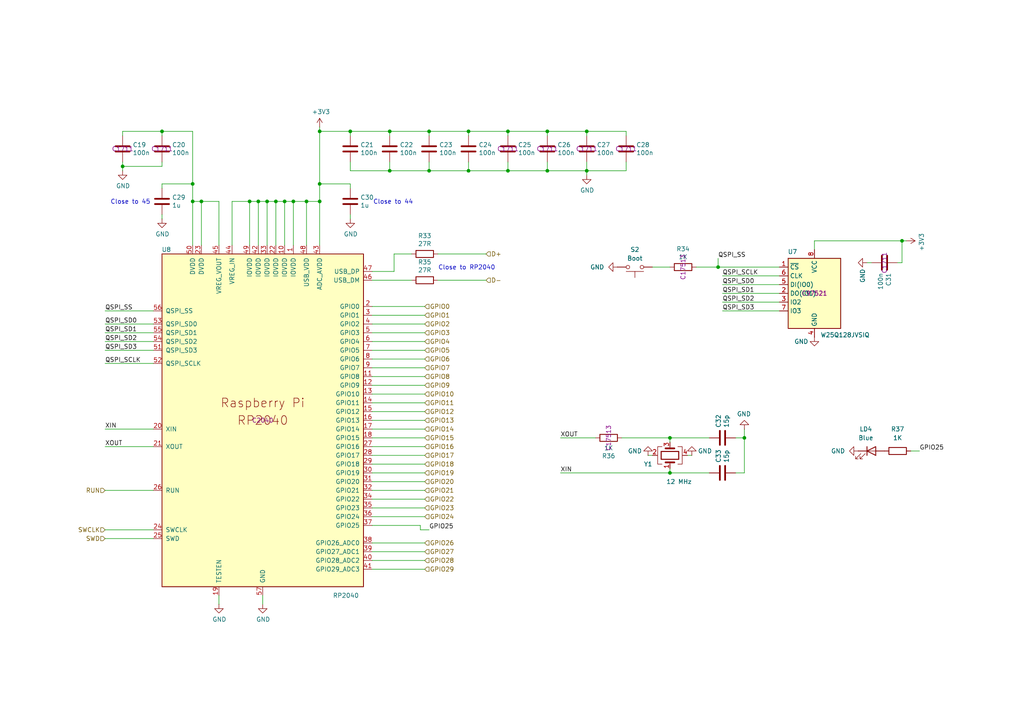
<source format=kicad_sch>
(kicad_sch (version 20250114) (generator "eeschema") (generator_version "9.0")
  (paper "A4")
  (title_block (title "${NAME}") (date "2025-04-24") (rev "${VERSION}") (company "Mikhail Matveev") (comment 1 "https://github.com/xtremespb/frank"))
  (lib_symbols
    (symbol "+3V3_1" (power) (pin_numbers (hide yes)) (pin_names (offset 0) (hide yes))
      (property "Value" "+3V3" (at 0 3.556 0))
      (symbol "+3V3_1_0_1"
        (polyline (pts (xy -0.762 1.27) (xy 0 2.54)))
        (polyline (pts (xy 0 2.54) (xy 0.762 1.27)))
        (polyline (pts (xy 0 0) (xy 0 2.54)))
      )
      (symbol "+3V3_1_1_1"
        (pin power_in line (at 0 0 90) (length 0) (name "~") (number "1"))
      )
    )
    (symbol "Device:C" (pin_numbers (hide yes)) (pin_names (offset 0.254))
      (property "Reference" "C" (at 0.635 2.54 0))
      (property "Value" "C" (at 0.635 -2.54 0))
      (symbol "C_0_1"
        (polyline (pts (xy -2.032 0.762) (xy 2.032 0.762)) (stroke (width 0.508)))
        (polyline (pts (xy -2.032 -0.762) (xy 2.032 -0.762)) (stroke (width 0.508)))
      )
      (symbol "C_1_1"
        (pin passive line (at 0 3.81 270) (length 2.794) (name "~") (number "1"))
        (pin passive line (at 0 -3.81 90) (length 2.794) (name "~") (number "2"))
      )
    )
    (symbol "Device:Crystal_GND24" (pin_names (offset 1.016) (hide yes))
      (property "Reference" "Y" (at 3.175 5.08 0))
      (property "Value" "Crystal_GND24" (at 3.175 3.175 0))
      (symbol "Crystal_GND24_0_1"
        (polyline (pts (xy -2.54 2.286) (xy -2.54 3.556) (xy 2.54 3.556) (xy 2.54 2.286)))
        (polyline (pts (xy -2.54 0) (xy -2.032 0)))
        (polyline (pts (xy -2.54 -2.286) (xy -2.54 -3.556) (xy 2.54 -3.556) (xy 2.54 -2.286)))
        (polyline (pts (xy -2.032 -1.27) (xy -2.032 1.27)) (stroke (width 0.508)))
        (rectangle (start -1.143 2.54) (end 1.143 -2.54) (stroke (width 0.3048)))
        (polyline (pts (xy 0 3.556) (xy 0 3.81)))
        (polyline (pts (xy 0 -3.81) (xy 0 -3.556)))
        (polyline (pts (xy 2.032 0) (xy 2.54 0)))
        (polyline (pts (xy 2.032 -1.27) (xy 2.032 1.27)) (stroke (width 0.508)))
      )
      (symbol "Crystal_GND24_1_1"
        (pin passive line (at -3.81 0 0) (length 1.27) (name "1") (number "1"))
        (pin passive line (at 0 5.08 270) (length 1.27) (name "2") (number "2"))
        (pin passive line (at 0 -5.08 90) (length 1.27) (name "4") (number "4"))
        (pin passive line (at 3.81 0 180) (length 1.27) (name "3") (number "3"))
      )
    )
    (symbol "Device:LED" (pin_numbers (hide yes)) (pin_names (offset 1.016) (hide yes))
      (property "Reference" "D" (at 0 2.54 0))
      (property "Value" "LED" (at 0 -2.54 0))
      (symbol "LED_0_1"
        (polyline (pts (xy -3.048 -0.762) (xy -4.572 -2.286) (xy -3.81 -2.286) (xy -4.572 -2.286) (xy -4.572 -1.524)))
        (polyline (pts (xy -1.778 -0.762) (xy -3.302 -2.286) (xy -2.54 -2.286) (xy -3.302 -2.286) (xy -3.302 -1.524)))
        (polyline (pts (xy -1.27 0) (xy 1.27 0)))
        (polyline (pts (xy -1.27 -1.27) (xy -1.27 1.27)) (stroke (width 0.254)))
        (polyline (pts (xy 1.27 -1.27) (xy 1.27 1.27) (xy -1.27 0) (xy 1.27 -1.27)) (stroke (width 0.254)))
      )
      (symbol "LED_1_1"
        (pin passive line (at -3.81 0 0) (length 2.54) (name "K") (number "1"))
        (pin passive line (at 3.81 0 180) (length 2.54) (name "A") (number "2"))
      )
    )
    (symbol "Device:R" (pin_numbers (hide yes)) (pin_names (offset 0))
      (property "Reference" "R" (at 2.032 0 90))
      (property "Value" "R" (at 0 0 90))
      (symbol "R_0_1"
        (rectangle (start -1.016 -2.54) (end 1.016 2.54) (stroke (width 0.254)))
      )
      (symbol "R_1_1"
        (pin passive line (at 0 3.81 270) (length 1.27) (name "~") (number "1"))
        (pin passive line (at 0 -3.81 90) (length 1.27) (name "~") (number "2"))
      )
    )
    (symbol "FRANK:Flash_W25Q128JVS"
      (property "Reference" "FL1" (at -6.35 12.065 0))
      (property "Value" "W25Q128JVSIQ" (at 8.89 -12.065 0))
      (symbol "Flash_W25Q128JVS_0_1"
        (rectangle (start -7.62 10.16) (end 7.62 -10.16) (stroke (width 0.254)) (fill (type background)))
      )
      (symbol "Flash_W25Q128JVS_1_1"
        (pin input line (at -10.16 7.62 0) (length 2.54) (name "~{CS}") (number "1"))
        (pin input line (at -10.16 5.08 0) (length 2.54) (name "CLK") (number "6"))
        (pin bidirectional line (at -10.16 2.54 0) (length 2.54) (name "DI(IO0)") (number "5"))
        (pin bidirectional line (at -10.16 0 0) (length 2.54) (name "DO(IO1)") (number "2"))
        (pin bidirectional line (at -10.16 -2.54 0) (length 2.54) (name "IO2") (number "3"))
        (pin bidirectional line (at -10.16 -5.08 0) (length 2.54) (name "IO3") (number "7"))
        (pin power_in line (at 0 12.7 270) (length 2.54) (name "VCC") (number "8"))
        (pin power_in line (at 0 -12.7 90) (length 2.54) (name "GND") (number "4"))
      )
    )
    (symbol "FRANK:RP2040" (pin_names (offset 1.016))
      (property "Reference" "RP1" (at -27.94 49.53 0))
      (property "Value" "RP2040" (at 24.13 -50.8 0))
      (symbol "RP2040_0_0"
        (text "Raspberry Pi" (at 0 5.08 0) (effects (font (size 2.54 2.54))))
        (text "RP2040" (at 0 0 0) (effects (font (size 2.54 2.54))))
      )
      (symbol "RP2040_0_1"
        (rectangle (start 29.21 48.26) (end -29.21 -48.26) (stroke (width 0.254)) (fill (type background)))
      )
      (symbol "RP2040_1_1"
        (pin bidirectional line (at -31.75 31.75 0) (length 2.54) (name "QSPI_SS") (number "56"))
        (pin bidirectional line (at -31.75 27.94 0) (length 2.54) (name "QSPI_SD0") (number "53"))
        (pin bidirectional line (at -31.75 25.4 0) (length 2.54) (name "QSPI_SD1") (number "55"))
        (pin bidirectional line (at -31.75 22.86 0) (length 2.54) (name "QSPI_SD2") (number "54"))
        (pin bidirectional line (at -31.75 20.32 0) (length 2.54) (name "QSPI_SD3") (number "51"))
        (pin output line (at -31.75 16.51 0) (length 2.54) (name "QSPI_SCLK") (number "52"))
        (pin input line (at -31.75 -2.54 0) (length 2.54) (name "XIN") (number "20"))
        (pin passive line (at -31.75 -7.62 0) (length 2.54) (name "XOUT") (number "21"))
        (pin input line (at -31.75 -20.32 0) (length 2.54) (name "RUN") (number "26"))
        (pin output line (at -31.75 -31.75 0) (length 2.54) (name "SWCLK") (number "24"))
        (pin bidirectional line (at -31.75 -34.29 0) (length 2.54) (name "SWD") (number "25"))
        (pin power_in line (at -20.32 50.8 270) (length 2.54) (name "DVDD") (number "50"))
        (pin power_in line (at -17.78 50.8 270) (length 2.54) (name "DVDD") (number "23"))
        (pin power_out line (at -12.7 50.8 270) (length 2.54) (name "VREG_VOUT") (number "45"))
        (pin passive line (at -12.7 -50.8 90) (length 2.54) (name "TESTEN") (number "19"))
        (pin power_in line (at -8.89 50.8 270) (length 2.54) (name "VREG_IN") (number "44"))
        (pin power_in line (at -3.81 50.8 270) (length 2.54) (name "IOVDD") (number "49"))
        (pin power_in line (at -1.27 50.8 270) (length 2.54) (name "IOVDD") (number "42"))
        (pin power_in line (at 0 -50.8 90) (length 2.54) (name "GND") (number "57"))
        (pin power_in line (at 1.27 50.8 270) (length 2.54) (name "IOVDD") (number "33"))
        (pin power_in line (at 3.81 50.8 270) (length 2.54) (name "IOVDD") (number "22"))
        (pin power_in line (at 6.35 50.8 270) (length 2.54) (name "IOVDD") (number "10"))
        (pin power_in line (at 8.89 50.8 270) (length 2.54) (name "IOVDD") (number "1"))
        (pin power_in line (at 12.7 50.8 270) (length 2.54) (name "USB_VDD") (number "48"))
        (pin power_in line (at 16.51 50.8 270) (length 2.54) (name "ADC_AVDD") (number "43"))
        (pin bidirectional line (at 31.75 43.18 180) (length 2.54) (name "USB_DP") (number "47"))
        (pin bidirectional line (at 31.75 40.64 180) (length 2.54) (name "USB_DM") (number "46"))
        (pin bidirectional line (at 31.75 33.02 180) (length 2.54) (name "GPIO0") (number "2"))
        (pin bidirectional line (at 31.75 30.48 180) (length 2.54) (name "GPIO1") (number "3"))
        (pin bidirectional line (at 31.75 27.94 180) (length 2.54) (name "GPIO2") (number "4"))
        (pin bidirectional line (at 31.75 25.4 180) (length 2.54) (name "GPIO3") (number "5"))
        (pin bidirectional line (at 31.75 22.86 180) (length 2.54) (name "GPIO4") (number "6"))
        (pin bidirectional line (at 31.75 20.32 180) (length 2.54) (name "GPIO5") (number "7"))
        (pin bidirectional line (at 31.75 17.78 180) (length 2.54) (name "GPIO6") (number "8"))
        (pin bidirectional line (at 31.75 15.24 180) (length 2.54) (name "GPIO7") (number "9"))
        (pin bidirectional line (at 31.75 12.7 180) (length 2.54) (name "GPIO8") (number "11"))
        (pin bidirectional line (at 31.75 10.16 180) (length 2.54) (name "GPIO9") (number "12"))
        (pin bidirectional line (at 31.75 7.62 180) (length 2.54) (name "GPIO10") (number "13"))
        (pin bidirectional line (at 31.75 5.08 180) (length 2.54) (name "GPIO11") (number "14"))
        (pin bidirectional line (at 31.75 2.54 180) (length 2.54) (name "GPIO12") (number "15"))
        (pin bidirectional line (at 31.75 0 180) (length 2.54) (name "GPIO13") (number "16"))
        (pin bidirectional line (at 31.75 -2.54 180) (length 2.54) (name "GPIO14") (number "17"))
        (pin bidirectional line (at 31.75 -5.08 180) (length 2.54) (name "GPIO15") (number "18"))
        (pin bidirectional line (at 31.75 -7.62 180) (length 2.54) (name "GPIO16") (number "27"))
        (pin bidirectional line (at 31.75 -10.16 180) (length 2.54) (name "GPIO17") (number "28"))
        (pin bidirectional line (at 31.75 -12.7 180) (length 2.54) (name "GPIO18") (number "29"))
        (pin bidirectional line (at 31.75 -15.24 180) (length 2.54) (name "GPIO19") (number "30"))
        (pin bidirectional line (at 31.75 -17.78 180) (length 2.54) (name "GPIO20") (number "31"))
        (pin bidirectional line (at 31.75 -20.32 180) (length 2.54) (name "GPIO21") (number "32"))
        (pin bidirectional line (at 31.75 -22.86 180) (length 2.54) (name "GPIO22") (number "34"))
        (pin bidirectional line (at 31.75 -25.4 180) (length 2.54) (name "GPIO23") (number "35"))
        (pin bidirectional line (at 31.75 -27.94 180) (length 2.54) (name "GPIO24") (number "36"))
        (pin bidirectional line (at 31.75 -30.48 180) (length 2.54) (name "GPIO25") (number "37"))
        (pin bidirectional line (at 31.75 -35.56 180) (length 2.54) (name "GPIO26_ADC0") (number "38"))
        (pin bidirectional line (at 31.75 -38.1 180) (length 2.54) (name "GPIO27_ADC1") (number "39"))
        (pin bidirectional line (at 31.75 -40.64 180) (length 2.54) (name "GPIO28_ADC2") (number "40"))
        (pin bidirectional line (at 31.75 -43.18 180) (length 2.54) (name "GPIO29_ADC3") (number "41"))
      )
    )
    (symbol "GND_10" (power) (pin_numbers (hide yes)) (pin_names (offset 0) (hide yes))
      (property "Value" "GND" (at 0 -3.81 0))
      (symbol "GND_10_0_1"
        (polyline (pts (xy 0 0) (xy 0 -1.27) (xy 1.27 -1.27) (xy 0 -2.54) (xy -1.27 -1.27) (xy 0 -1.27)))
      )
      (symbol "GND_10_1_1"
        (pin power_in line (at 0 0 270) (length 0) (name "~") (number "1"))
      )
    )
    (symbol "GND_11" (power) (pin_numbers (hide yes)) (pin_names (offset 0) (hide yes))
      (property "Value" "GND" (at 0 -3.81 0))
      (symbol "GND_11_0_1"
        (polyline (pts (xy 0 0) (xy 0 -1.27) (xy 1.27 -1.27) (xy 0 -2.54) (xy -1.27 -1.27) (xy 0 -1.27)))
      )
      (symbol "GND_11_1_1"
        (pin power_in line (at 0 0 270) (length 0) (name "~") (number "1"))
      )
    )
    (symbol "GND_12" (power) (pin_numbers (hide yes)) (pin_names (offset 0) (hide yes))
      (property "Value" "GND" (at 0 -3.81 0))
      (symbol "GND_12_0_1"
        (polyline (pts (xy 0 0) (xy 0 -1.27) (xy 1.27 -1.27) (xy 0 -2.54) (xy -1.27 -1.27) (xy 0 -1.27)))
      )
      (symbol "GND_12_1_1"
        (pin power_in line (at 0 0 270) (length 0) (name "~") (number "1"))
      )
    )
    (symbol "GND_2" (power) (pin_numbers (hide yes)) (pin_names (offset 0) (hide yes))
      (property "Value" "GND" (at 0 -3.81 0))
      (symbol "GND_2_0_1"
        (polyline (pts (xy 0 0) (xy 0 -1.27) (xy 1.27 -1.27) (xy 0 -2.54) (xy -1.27 -1.27) (xy 0 -1.27)))
      )
      (symbol "GND_2_1_1"
        (pin power_in line (at 0 0 270) (length 0) (name "~") (number "1"))
      )
    )
    (symbol "GND_3" (power) (pin_numbers (hide yes)) (pin_names (offset 0) (hide yes))
      (property "Value" "GND" (at 0 -3.81 0))
      (symbol "GND_3_0_1"
        (polyline (pts (xy 0 0) (xy 0 -1.27) (xy 1.27 -1.27) (xy 0 -2.54) (xy -1.27 -1.27) (xy 0 -1.27)))
      )
      (symbol "GND_3_1_1"
        (pin power_in line (at 0 0 270) (length 0) (name "~") (number "1"))
      )
    )
    (symbol "GND_4" (power) (pin_numbers (hide yes)) (pin_names (offset 0) (hide yes))
      (property "Value" "GND" (at 0 -3.81 0))
      (symbol "GND_4_0_1"
        (polyline (pts (xy 0 0) (xy 0 -1.27) (xy 1.27 -1.27) (xy 0 -2.54) (xy -1.27 -1.27) (xy 0 -1.27)))
      )
      (symbol "GND_4_1_1"
        (pin power_in line (at 0 0 270) (length 0) (name "~") (number "1"))
      )
    )
    (symbol "GND_5" (power) (pin_numbers (hide yes)) (pin_names (offset 0) (hide yes))
      (property "Value" "GND" (at 0 -3.81 0))
      (symbol "GND_5_0_1"
        (polyline (pts (xy 0 0) (xy 0 -1.27) (xy 1.27 -1.27) (xy 0 -2.54) (xy -1.27 -1.27) (xy 0 -1.27)))
      )
      (symbol "GND_5_1_1"
        (pin power_in line (at 0 0 270) (length 0) (name "~") (number "1"))
      )
    )
    (symbol "GND_6" (power) (pin_numbers (hide yes)) (pin_names (offset 0) (hide yes))
      (property "Value" "GND" (at 0 -3.81 0))
      (symbol "GND_6_0_1"
        (polyline (pts (xy 0 0) (xy 0 -1.27) (xy 1.27 -1.27) (xy 0 -2.54) (xy -1.27 -1.27) (xy 0 -1.27)))
      )
      (symbol "GND_6_1_1"
        (pin power_in line (at 0 0 270) (length 0) (name "~") (number "1"))
      )
    )
    (symbol "GND_7" (power) (pin_numbers (hide yes)) (pin_names (offset 0) (hide yes))
      (property "Value" "GND" (at 0 -3.81 0))
      (symbol "GND_7_0_1"
        (polyline (pts (xy 0 0) (xy 0 -1.27) (xy 1.27 -1.27) (xy 0 -2.54) (xy -1.27 -1.27) (xy 0 -1.27)))
      )
      (symbol "GND_7_1_1"
        (pin power_in line (at 0 0 270) (length 0) (name "~") (number "1"))
      )
    )
    (symbol "GND_8" (power) (pin_numbers (hide yes)) (pin_names (offset 0) (hide yes))
      (property "Value" "GND" (at 0 -3.81 0))
      (symbol "GND_8_0_1"
        (polyline (pts (xy 0 0) (xy 0 -1.27) (xy 1.27 -1.27) (xy 0 -2.54) (xy -1.27 -1.27) (xy 0 -1.27)))
      )
      (symbol "GND_8_1_1"
        (pin power_in line (at 0 0 270) (length 0) (name "~") (number "1"))
      )
    )
    (symbol "GND_9" (power) (pin_numbers (hide yes)) (pin_names (offset 0) (hide yes))
      (property "Value" "GND" (at 0 -3.81 0))
      (symbol "GND_9_0_1"
        (polyline (pts (xy 0 0) (xy 0 -1.27) (xy 1.27 -1.27) (xy 0 -2.54) (xy -1.27 -1.27) (xy 0 -1.27)))
      )
      (symbol "GND_9_1_1"
        (pin power_in line (at 0 0 270) (length 0) (name "~") (number "1"))
      )
    )
    (symbol "Switch:SW_Push" (pin_numbers (hide yes)) (pin_names (offset 1.016) (hide yes))
      (property "Reference" "SW" (at 1.27 2.54 0))
      (property "Value" "SW_Push" (at 0 -1.524 0))
      (symbol "SW_Push_0_1"
        (circle (center -2.032 0) (radius 0.508))
        (polyline (pts (xy 0 1.27) (xy 0 3.048)))
        (circle (center 2.032 0) (radius 0.508))
        (polyline (pts (xy 2.54 1.27) (xy -2.54 1.27)))
        (pin passive line (at -5.08 0 0) (length 2.54) (name "1") (number "1"))
        (pin passive line (at 5.08 0 180) (length 2.54) (name "2") (number "2"))
      )
    )
    (symbol "power:+3V3" (power) (pin_numbers (hide yes)) (pin_names (offset 0) (hide yes))
      (property "Value" "+3V3" (at 0 3.556 0))
      (symbol "+3V3_0_1"
        (polyline (pts (xy -0.762 1.27) (xy 0 2.54)))
        (polyline (pts (xy 0 2.54) (xy 0.762 1.27)))
        (polyline (pts (xy 0 0) (xy 0 2.54)))
      )
      (symbol "+3V3_1_1"
        (pin power_in line (at 0 0 90) (length 0) (name "~") (number "1"))
      )
    )
    (symbol "power:GND" (power) (pin_numbers (hide yes)) (pin_names (offset 0) (hide yes))
      (property "Value" "GND" (at 0 -3.81 0))
      (symbol "GND_0_1"
        (polyline (pts (xy 0 0) (xy 0 -1.27) (xy 1.27 -1.27) (xy 0 -2.54) (xy -1.27 -1.27) (xy 0 -1.27)))
      )
      (symbol "GND_1_1"
        (pin power_in line (at 0 0 270) (length 0) (name "~") (number "1"))
      )
    )
  )
  (text "Close to 44" (at 114.046 58.674 0) (effects (font (size 1.27 1.27))))
  (text "Close to RP2040" (at 135.382 77.724 0) (effects (font (size 1.27 1.27))))
  (text "Close to 45" (at 37.846 58.674 0) (effects (font (size 1.27 1.27))))
  (junction (at 58.42 58.42))
  (junction (at 215.9 127))
  (junction (at 113.03 49.53))
  (junction (at 88.9 58.42))
  (junction (at 101.6 38.1))
  (junction (at 158.75 49.53))
  (junction (at 72.39 58.42))
  (junction (at 170.18 38.1))
  (junction (at 82.55 58.42))
  (junction (at 92.71 53.34))
  (junction (at 170.18 49.53))
  (junction (at 35.56 48.26))
  (junction (at 147.32 49.53))
  (junction (at 80.01 58.42))
  (junction (at 135.89 38.1))
  (junction (at 55.88 53.34))
  (junction (at 113.03 38.1))
  (junction (at 46.99 38.1))
  (junction (at 208.28 77.47))
  (junction (at 135.89 49.53))
  (junction (at 92.71 38.1))
  (junction (at 85.09 58.42))
  (junction (at 74.93 58.42))
  (junction (at 194.31 127))
  (junction (at 158.75 38.1))
  (junction (at 124.46 38.1))
  (junction (at 92.71 58.42))
  (junction (at 55.88 58.42))
  (junction (at 77.47 58.42))
  (junction (at 261.62 69.85))
  (junction (at 194.31 137.16))
  (junction (at 124.46 49.53))
  (junction (at 147.32 38.1))
  (wire (pts (xy 58.42 58.42) (xy 55.88 58.42)))
  (wire (pts (xy 226.06 82.55) (xy 209.55 82.55)))
  (wire (pts (xy 127 73.66) (xy 140.97 73.66)))
  (wire (pts (xy 107.95 104.14) (xy 123.19 104.14)))
  (wire (pts (xy 121.92 152.4) (xy 107.95 152.4)))
  (wire (pts (xy 46.99 48.26) (xy 46.99 46.99)))
  (wire (pts (xy 170.18 46.99) (xy 170.18 49.53)))
  (wire (pts (xy 114.3 73.66) (xy 114.3 78.74)))
  (wire (pts (xy 82.55 58.42) (xy 85.09 58.42)))
  (wire (pts (xy 158.75 39.37) (xy 158.75 38.1)))
  (wire (pts (xy 92.71 38.1) (xy 101.6 38.1)))
  (wire (pts (xy 101.6 46.99) (xy 101.6 49.53)))
  (wire (pts (xy 101.6 39.37) (xy 101.6 38.1)))
  (wire (pts (xy 67.31 58.42) (xy 72.39 58.42)))
  (wire (pts (xy 215.9 137.16) (xy 215.9 127)))
  (wire (pts (xy 252.73 76.2) (xy 251.46 76.2)))
  (wire (pts (xy 181.61 39.37) (xy 181.61 38.1)))
  (wire (pts (xy 107.95 142.24) (xy 123.19 142.24)))
  (wire (pts (xy 107.95 160.02) (xy 123.19 160.02)))
  (wire (pts (xy 113.03 39.37) (xy 113.03 38.1)))
  (wire (pts (xy 260.35 76.2) (xy 261.62 76.2)))
  (wire (pts (xy 101.6 62.23) (xy 101.6 63.5)))
  (wire (pts (xy 80.01 58.42) (xy 82.55 58.42)))
  (wire (pts (xy 205.74 137.16) (xy 194.31 137.16)))
  (wire (pts (xy 92.71 58.42) (xy 92.71 71.12)))
  (wire (pts (xy 63.5 71.12) (xy 63.5 58.42)))
  (wire (pts (xy 30.48 99.06) (xy 44.45 99.06)))
  (wire (pts (xy 107.95 165.1) (xy 123.19 165.1)))
  (wire (pts (xy 113.03 46.99) (xy 113.03 49.53)))
  (wire (pts (xy 236.22 69.85) (xy 261.62 69.85)))
  (wire (pts (xy 46.99 39.37) (xy 46.99 38.1)))
  (wire (pts (xy 208.28 77.47) (xy 226.06 77.47)))
  (wire (pts (xy 107.95 127) (xy 123.19 127)))
  (wire (pts (xy 189.23 77.47) (xy 194.31 77.47)))
  (wire (pts (xy 30.48 124.46) (xy 44.45 124.46)))
  (wire (pts (xy 107.95 96.52) (xy 123.19 96.52)))
  (wire (pts (xy 181.61 46.99) (xy 181.61 49.53)))
  (wire (pts (xy 213.36 137.16) (xy 215.9 137.16)))
  (wire (pts (xy 46.99 62.23) (xy 46.99 63.5)))
  (wire (pts (xy 107.95 101.6) (xy 123.19 101.6)))
  (wire (pts (xy 46.99 54.61) (xy 46.99 53.34)))
  (wire (pts (xy 92.71 53.34) (xy 92.71 58.42)))
  (wire (pts (xy 92.71 38.1) (xy 92.71 53.34)))
  (wire (pts (xy 127 81.28) (xy 140.97 81.28)))
  (wire (pts (xy 101.6 54.61) (xy 101.6 53.34)))
  (wire (pts (xy 88.9 71.12) (xy 88.9 58.42)))
  (wire (pts (xy 158.75 46.99) (xy 158.75 49.53)))
  (wire (pts (xy 55.88 53.34) (xy 55.88 58.42)))
  (wire (pts (xy 44.45 153.67) (xy 30.48 153.67)))
  (wire (pts (xy 107.95 124.46) (xy 123.19 124.46)))
  (wire (pts (xy 205.74 127) (xy 194.31 127)))
  (wire (pts (xy 107.95 139.7) (xy 123.19 139.7)))
  (wire (pts (xy 147.32 49.53) (xy 135.89 49.53)))
  (wire (pts (xy 72.39 58.42) (xy 74.93 58.42)))
  (wire (pts (xy 226.06 90.17) (xy 209.55 90.17)))
  (wire (pts (xy 101.6 38.1) (xy 113.03 38.1)))
  (wire (pts (xy 200.66 132.08) (xy 199.39 132.08)))
  (wire (pts (xy 209.55 80.01) (xy 226.06 80.01)))
  (wire (pts (xy 107.95 162.56) (xy 123.19 162.56)))
  (wire (pts (xy 67.31 71.12) (xy 67.31 58.42)))
  (wire (pts (xy 88.9 58.42) (xy 92.71 58.42)))
  (wire (pts (xy 46.99 53.34) (xy 55.88 53.34)))
  (wire (pts (xy 201.93 77.47) (xy 208.28 77.47)))
  (wire (pts (xy 35.56 46.99) (xy 35.56 48.26)))
  (wire (pts (xy 135.89 38.1) (xy 147.32 38.1)))
  (wire (pts (xy 107.95 99.06) (xy 123.19 99.06)))
  (wire (pts (xy 107.95 114.3) (xy 123.19 114.3)))
  (wire (pts (xy 147.32 38.1) (xy 158.75 38.1)))
  (wire (pts (xy 194.31 128.27) (xy 194.31 127)))
  (wire (pts (xy 55.88 38.1) (xy 55.88 53.34)))
  (wire (pts (xy 226.06 85.09) (xy 209.55 85.09)))
  (wire (pts (xy 236.22 72.39) (xy 236.22 69.85)))
  (wire (pts (xy 170.18 38.1) (xy 181.61 38.1)))
  (wire (pts (xy 213.36 127) (xy 215.9 127)))
  (wire (pts (xy 194.31 135.89) (xy 194.31 137.16)))
  (wire (pts (xy 114.3 73.66) (xy 119.38 73.66)))
  (wire (pts (xy 30.48 101.6) (xy 44.45 101.6)))
  (wire (pts (xy 107.95 147.32) (xy 123.19 147.32)))
  (wire (pts (xy 107.95 129.54) (xy 123.19 129.54)))
  (wire (pts (xy 80.01 71.12) (xy 80.01 58.42)))
  (wire (pts (xy 147.32 46.99) (xy 147.32 49.53)))
  (wire (pts (xy 72.39 71.12) (xy 72.39 58.42)))
  (wire (pts (xy 30.48 93.98) (xy 44.45 93.98)))
  (wire (pts (xy 30.48 90.17) (xy 44.45 90.17)))
  (wire (pts (xy 107.95 106.68) (xy 123.19 106.68)))
  (wire (pts (xy 194.31 137.16) (xy 162.56 137.16)))
  (wire (pts (xy 158.75 38.1) (xy 170.18 38.1)))
  (wire (pts (xy 113.03 38.1) (xy 124.46 38.1)))
  (wire (pts (xy 63.5 172.72) (xy 63.5 175.26)))
  (wire (pts (xy 107.95 132.08) (xy 123.19 132.08)))
  (wire (pts (xy 264.16 130.81) (xy 266.7 130.81)))
  (wire (pts (xy 172.72 127) (xy 162.56 127)))
  (wire (pts (xy 107.95 116.84) (xy 123.19 116.84)))
  (wire (pts (xy 107.95 78.74) (xy 114.3 78.74)))
  (wire (pts (xy 124.46 46.99) (xy 124.46 49.53)))
  (wire (pts (xy 262.89 69.85) (xy 261.62 69.85)))
  (wire (pts (xy 147.32 39.37) (xy 147.32 38.1)))
  (wire (pts (xy 194.31 127) (xy 180.34 127)))
  (wire (pts (xy 107.95 81.28) (xy 119.38 81.28)))
  (wire (pts (xy 35.56 48.26) (xy 46.99 48.26)))
  (wire (pts (xy 124.46 39.37) (xy 124.46 38.1)))
  (wire (pts (xy 30.48 129.54) (xy 44.45 129.54)))
  (wire (pts (xy 107.95 91.44) (xy 123.19 91.44)))
  (wire (pts (xy 158.75 49.53) (xy 147.32 49.53)))
  (wire (pts (xy 92.71 53.34) (xy 101.6 53.34)))
  (wire (pts (xy 215.9 127) (xy 215.9 124.46)))
  (wire (pts (xy 170.18 49.53) (xy 181.61 49.53)))
  (wire (pts (xy 55.88 58.42) (xy 55.88 71.12)))
  (wire (pts (xy 44.45 142.24) (xy 30.48 142.24)))
  (wire (pts (xy 44.45 156.21) (xy 30.48 156.21)))
  (wire (pts (xy 170.18 39.37) (xy 170.18 38.1)))
  (wire (pts (xy 85.09 58.42) (xy 88.9 58.42)))
  (wire (pts (xy 121.92 153.67) (xy 124.46 153.67)))
  (wire (pts (xy 107.95 119.38) (xy 123.19 119.38)))
  (wire (pts (xy 135.89 46.99) (xy 135.89 49.53)))
  (wire (pts (xy 113.03 49.53) (xy 101.6 49.53)))
  (wire (pts (xy 63.5 58.42) (xy 58.42 58.42)))
  (wire (pts (xy 135.89 39.37) (xy 135.89 38.1)))
  (wire (pts (xy 226.06 87.63) (xy 209.55 87.63)))
  (wire (pts (xy 124.46 38.1) (xy 135.89 38.1)))
  (wire (pts (xy 107.95 93.98) (xy 123.19 93.98)))
  (wire (pts (xy 135.89 49.53) (xy 124.46 49.53)))
  (wire (pts (xy 92.71 36.83) (xy 92.71 38.1)))
  (wire (pts (xy 121.92 153.67) (xy 121.92 152.4)))
  (wire (pts (xy 189.23 132.08) (xy 187.96 132.08)))
  (wire (pts (xy 107.95 121.92) (xy 123.19 121.92)))
  (wire (pts (xy 208.28 74.93) (xy 208.28 77.47)))
  (wire (pts (xy 124.46 49.53) (xy 113.03 49.53)))
  (wire (pts (xy 77.47 58.42) (xy 80.01 58.42)))
  (wire (pts (xy 46.99 38.1) (xy 55.88 38.1)))
  (wire (pts (xy 107.95 111.76) (xy 123.19 111.76)))
  (wire (pts (xy 85.09 58.42) (xy 85.09 71.12)))
  (wire (pts (xy 107.95 137.16) (xy 123.19 137.16)))
  (wire (pts (xy 35.56 38.1) (xy 46.99 38.1)))
  (wire (pts (xy 35.56 39.37) (xy 35.56 38.1)))
  (wire (pts (xy 35.56 48.26) (xy 35.56 49.53)))
  (wire (pts (xy 30.48 105.41) (xy 44.45 105.41)))
  (wire (pts (xy 158.75 49.53) (xy 170.18 49.53)))
  (wire (pts (xy 74.93 71.12) (xy 74.93 58.42)))
  (wire (pts (xy 76.2 172.72) (xy 76.2 175.26)))
  (wire (pts (xy 74.93 58.42) (xy 77.47 58.42)))
  (wire (pts (xy 170.18 49.53) (xy 170.18 50.8)))
  (wire (pts (xy 107.95 134.62) (xy 123.19 134.62)))
  (wire (pts (xy 30.48 96.52) (xy 44.45 96.52)))
  (wire (pts (xy 107.95 109.22) (xy 123.19 109.22)))
  (wire (pts (xy 77.47 71.12) (xy 77.47 58.42)))
  (wire (pts (xy 58.42 71.12) (xy 58.42 58.42)))
  (wire (pts (xy 107.95 157.48) (xy 123.19 157.48)))
  (wire (pts (xy 107.95 149.86) (xy 123.19 149.86)))
  (wire (pts (xy 261.62 76.2) (xy 261.62 69.85)))
  (wire (pts (xy 107.95 88.9) (xy 123.19 88.9)))
  (wire (pts (xy 82.55 71.12) (xy 82.55 58.42)))
  (wire (pts (xy 107.95 144.78) (xy 123.19 144.78)))
  (label "QSPI_SD2" (at 209.55 87.63 0))
  (label "QSPI_SCLK" (at 30.48 105.41 0))
  (label "QSPI_SD0" (at 30.48 93.98 0))
  (label "QSPI_SS" (at 208.28 74.93 0))
  (label "XIN" (at 30.48 124.46 0))
  (label "QSPI_SCLK" (at 209.55 80.01 0))
  (label "QSPI_SD1" (at 30.48 96.52 0))
  (label "QSPI_SD3" (at 30.48 101.6 0))
  (label "GPIO25" (at 266.7 130.81 0))
  (label "XIN" (at 162.56 137.16 0))
  (label "GPIO25" (at 124.46 153.67 0))
  (label "QSPI_SD0" (at 209.55 82.55 0))
  (label "XOUT" (at 162.56 127 0))
  (label "XOUT" (at 30.48 129.54 0))
  (label "QSPI_SD1" (at 209.55 85.09 0))
  (label "QSPI_SD3" (at 209.55 90.17 0))
  (label "QSPI_SD2" (at 30.48 99.06 0))
  (label "QSPI_SS" (at 30.48 90.17 0))
  (hierarchical_label "GPIO18" (shape input) (at 123.19 134.62 0))
  (hierarchical_label "GPIO29" (shape input) (at 123.19 165.1 0))
  (hierarchical_label "GPIO3" (shape input) (at 123.19 96.52 0))
  (hierarchical_label "GPIO15" (shape input) (at 123.19 127 0))
  (hierarchical_label "GPIO21" (shape input) (at 123.19 142.24 0))
  (hierarchical_label "GPIO16" (shape input) (at 123.19 129.54 0))
  (hierarchical_label "GPIO1" (shape input) (at 123.19 91.44 0))
  (hierarchical_label "D-" (shape input) (at 140.97 81.28 0))
  (hierarchical_label "GPIO11" (shape input) (at 123.19 116.84 0))
  (hierarchical_label "GPIO27" (shape input) (at 123.19 160.02 0))
  (hierarchical_label "D+" (shape input) (at 140.97 73.66 0))
  (hierarchical_label "GPIO20" (shape input) (at 123.19 139.7 0))
  (hierarchical_label "GPIO14" (shape input) (at 123.19 124.46 0))
  (hierarchical_label "GPIO8" (shape input) (at 123.19 109.22 0))
  (hierarchical_label "GPIO26" (shape input) (at 123.19 157.48 0))
  (hierarchical_label "GPIO22" (shape input) (at 123.19 144.78 0))
  (hierarchical_label "GPIO4" (shape input) (at 123.19 99.06 0))
  (hierarchical_label "GPIO7" (shape input) (at 123.19 106.68 0))
  (hierarchical_label "GPIO10" (shape input) (at 123.19 114.3 0))
  (hierarchical_label "SWD" (shape input) (at 30.48 156.21 180))
  (hierarchical_label "GPIO28" (shape input) (at 123.19 162.56 0))
  (hierarchical_label "RUN" (shape input) (at 30.48 142.24 180))
  (hierarchical_label "GPIO23" (shape input) (at 123.19 147.32 0))
  (hierarchical_label "GPIO0" (shape input) (at 123.19 88.9 0))
  (hierarchical_label "GPIO5" (shape input) (at 123.19 101.6 0))
  (hierarchical_label "SWCLK" (shape input) (at 30.48 153.67 180))
  (hierarchical_label "GPIO13" (shape input) (at 123.19 121.92 0))
  (hierarchical_label "GPIO6" (shape input) (at 123.19 104.14 0))
  (hierarchical_label "GPIO2" (shape input) (at 123.19 93.98 0))
  (hierarchical_label "GPIO17" (shape input) (at 123.19 132.08 0))
  (hierarchical_label "GPIO12" (shape input) (at 123.19 119.38 0))
  (hierarchical_label "GPIO9" (shape input) (at 123.19 111.76 0))
  (hierarchical_label "GPIO24" (shape input) (at 123.19 149.86 0))
  (hierarchical_label "GPIO19" (shape input) (at 123.19 137.16 0))
  (symbol (lib_id "Device:C") (at 46.99 43.18 0) (unit 1)
    (property "Reference" "C20" (at 49.911 42.0116 0) (effects (justify left)))
    (property "Value" "100n" (at 49.911 44.323 0) (effects (justify left)))
    (property "Footprint" "FRANK:Capacitor (0805)" (effects (hide yes)))
    (property "Datasheet" "https://eu.mouser.com/datasheet/2/447/KEM_C1075_X7R_HT_SMD-3316221.pdf" (effects (hide yes)))
    (property "AliExpress" "https://www.aliexpress.com/item/33008008276.html" (effects (hide yes)))
    (property "LCSC" "C1711" (at 46.99 43.18 0))
  )
  (symbol (lib_id "FRANK:RP2040") (at 76.2 121.92 0) (unit 1)
    (property "Reference" "U8" (at 48.26 72.39 0))
    (property "Value" "RP2040" (at 100.33 172.72 0))
    (property "Footprint" "FRANK:QFN 56" (effects (hide yes)))
    (property "Datasheet" "https://datasheets.raspberrypi.com/rp2040/rp2040-datasheet.pdf" (effects (hide yes)))
    (property "AliExpress" "https://www.aliexpress.com/item/1005007275652762.html" (effects (hide yes)))
    (property "LCSC" "C2040" (at 76.2 121.92 0))
  )
  (symbol (lib_id "power:GND") (at 179.07 77.47 270) (unit 1)
    (property "Reference" "#PWR069" (effects (hide yes)))
    (property "Value" "GND" (at 175.26 77.4699 90) (effects (justify right)))
    (property "Description" "Power symbol creates a global label with name \"GND\" , ground" (effects (hide yes)))
  )
  (symbol (lib_id "Device:R") (at 260.35 130.81 90) (unit 1)
    (property "Reference" "R37" (at 260.35 124.46 90))
    (property "Value" "1K" (at 260.35 127 90))
    (property "Footprint" "FRANK:Resistor (0805)" (effects (hide yes)))
    (property "Datasheet" "https://www.vishay.com/docs/28952/mcs0402at-mct0603at-mcu0805at-mca1206at.pdf" (effects (hide yes)))
    (property "Description" "Resistor" (effects (hide yes)))
    (property "AliExpress" "https://www.aliexpress.com/item/1005005945735199.html" (effects (hide yes)))
    (property "LCSC" "C17513" (effects (hide yes)))
  )
  (symbol (lib_id "Device:Crystal_GND24") (at 194.31 132.08 90) (unit 1)
    (property "Reference" "Y1" (at 189.23 134.62 90) (effects (justify left)))
    (property "Value" "12 MHz" (at 200.66 139.7 90) (effects (justify left)))
    (property "Footprint" "FRANK:Crystal (3225)" (effects (hide yes)))
    (property "Datasheet" "https://eu.mouser.com/datasheet/2/905/c_NX3225SA_e-1317523.pdf" (effects (hide yes)))
    (property "Description" "ABM8-272-T3" (effects (hide yes)))
    (property "AliExpress" "https://www.aliexpress.com/item/1005004661413307.html" (effects (hide yes)))
    (property "LCSC" "C9900023240" (effects (hide yes)))
  )
  (symbol (lib_name "+3V3_1") (lib_id "power:+3V3") (at 92.71 36.83 0) (unit 1)
    (property "Reference" "#PWR062" (effects (hide yes)))
    (property "Value" "+3V3" (at 93.091 32.4358 0))
    (property "Description" "Power symbol creates a global label with name \"+3V3\"" (effects (hide yes)))
  )
  (symbol (lib_id "FRANK:Flash_W25Q128JVS") (at 236.22 85.09 0) (unit 1)
    (property "Reference" "U7" (at 229.87 73.025 0))
    (property "Value" "W25Q128JVSIQ" (at 245.11 97.155 0))
    (property "Footprint" "FRANK:SOIC-8" (effects (hide yes)))
    (property "Datasheet" "https://www.winbond.com/resource-files/w25q128jv_dtr%20revc%2003272018%20plus.pdf" (effects (hide yes)))
    (property "Description" "128Mb Serial Flash Memory, Standard/Dual/Quad SPI, SOIC-8" (effects (hide yes)))
    (property "AliExpress" "https://www.aliexpress.com/item/1005007820627233.html" (effects (hide yes)))
    (property "LCSC" "C97521" (at 236.22 85.09 0))
  )
  (symbol (lib_id "Device:C") (at 135.89 43.18 0) (unit 1)
    (property "Reference" "C24" (at 138.811 42.0116 0) (effects (justify left)))
    (property "Value" "100n" (at 138.811 44.323 0) (effects (justify left)))
    (property "Footprint" "FRANK:Capacitor (0805)" (effects (hide yes)))
    (property "Datasheet" "https://eu.mouser.com/datasheet/2/447/KEM_C1075_X7R_HT_SMD-3316221.pdf" (effects (hide yes)))
    (property "AliExpress" "https://www.aliexpress.com/item/33008008276.html" (effects (hide yes)))
    (property "LCSC" "C1711" (effects (hide yes)))
  )
  (symbol (lib_name "GND_2") (lib_id "power:GND") (at 248.92 130.81 270) (unit 1)
    (property "Reference" "#PWR072" (effects (hide yes)))
    (property "Value" "GND" (at 245.11 130.8099 90) (effects (justify right)))
    (property "Description" "Power symbol creates a global label with name \"GND\" , ground" (effects (hide yes)))
  )
  (symbol (lib_id "Device:R") (at 123.19 81.28 270) (unit 1)
    (property "Reference" "R35" (at 123.19 76.0222 90))
    (property "Value" "27R" (at 123.19 78.3336 90))
    (property "Footprint" "FRANK:Resistor (0805)" (effects (hide yes)))
    (property "Datasheet" "https://www.vishay.com/docs/28952/mcs0402at-mct0603at-mcu0805at-mca1206at.pdf" (effects (hide yes)))
    (property "AliExpress" "https://www.aliexpress.com/item/1005005945735199.html" (effects (hide yes)))
  )
  (symbol (lib_id "Device:R") (at 123.19 73.66 270) (unit 1)
    (property "Reference" "R33" (at 123.19 68.4022 90))
    (property "Value" "27R" (at 123.19 70.7136 90))
    (property "Footprint" "FRANK:Resistor (0805)" (effects (hide yes)))
    (property "Datasheet" "https://www.vishay.com/docs/28952/mcs0402at-mct0603at-mcu0805at-mca1206at.pdf" (effects (hide yes)))
    (property "AliExpress" "https://www.aliexpress.com/item/1005005945735199.html" (effects (hide yes)))
  )
  (symbol (lib_name "GND_4") (lib_id "power:GND") (at 46.99 63.5 0) (unit 1)
    (property "Reference" "#PWR065" (effects (hide yes)))
    (property "Value" "GND" (at 47.117 67.8942 0))
    (property "Description" "Power symbol creates a global label with name \"GND\" , ground" (effects (hide yes)))
  )
  (symbol (lib_id "power:+3V3") (at 262.89 69.85 270) (unit 1)
    (property "Reference" "#PWR067" (effects (hide yes)))
    (property "Value" "+3V3" (at 267.2842 70.231 0))
    (property "Description" "Power symbol creates a global label with name \"+3V3\"" (effects (hide yes)))
  )
  (symbol (lib_id "Device:R") (at 176.53 127 90) (unit 1)
    (property "Reference" "R36" (at 176.53 132.2578 90))
    (property "Value" "1K" (at 176.53 129.9464 90))
    (property "Footprint" "FRANK:Resistor (0805)" (effects (hide yes)))
    (property "Datasheet" "https://www.vishay.com/docs/28952/mcs0402at-mct0603at-mcu0805at-mca1206at.pdf" (effects (hide yes)))
    (property "AliExpress" "https://www.aliexpress.com/item/1005005945735199.html" (effects (hide yes)))
    (property "LCSC" "C17513" (at 176.53 127 0))
  )
  (symbol (lib_name "GND_6") (lib_id "power:GND") (at 76.2 175.26 0) (unit 1)
    (property "Reference" "#PWR076" (effects (hide yes)))
    (property "Value" "GND" (at 76.327 179.6542 0))
    (property "Description" "Power symbol creates a global label with name \"GND\" , ground" (effects (hide yes)))
  )
  (symbol (lib_id "Device:C") (at 35.56 43.18 0) (unit 1)
    (property "Reference" "C19" (at 38.481 42.0116 0) (effects (justify left)))
    (property "Value" "100n" (at 38.481 44.323 0) (effects (justify left)))
    (property "Footprint" "FRANK:Capacitor (0805)" (effects (hide yes)))
    (property "Datasheet" "https://eu.mouser.com/datasheet/2/447/KEM_C1075_X7R_HT_SMD-3316221.pdf" (effects (hide yes)))
    (property "AliExpress" "https://www.aliexpress.com/item/33008008276.html" (effects (hide yes)))
    (property "LCSC" "C1711" (at 35.56 43.18 0))
  )
  (symbol (lib_name "GND_10") (lib_id "power:GND") (at 236.22 97.79 0) (unit 1)
    (property "Reference" "#PWR070" (effects (hide yes)))
    (property "Value" "GND" (at 232.41 99.06 0))
    (property "Description" "Power symbol creates a global label with name \"GND\" , ground" (effects (hide yes)))
  )
  (symbol (lib_name "GND_12") (lib_id "power:GND") (at 200.66 132.08 180) (unit 1)
    (property "Reference" "#PWR074" (effects (hide yes)))
    (property "Value" "GND" (at 204.47 130.81 0))
    (property "Description" "Power symbol creates a global label with name \"GND\" , ground" (effects (hide yes)))
  )
  (symbol (lib_name "GND_3") (lib_id "power:GND") (at 35.56 49.53 0) (unit 1)
    (property "Reference" "#PWR063" (effects (hide yes)))
    (property "Value" "GND" (at 35.687 53.9242 0))
    (property "Description" "Power symbol creates a global label with name \"GND\" , ground" (effects (hide yes)))
  )
  (symbol (lib_id "Device:C") (at 101.6 43.18 0) (unit 1)
    (property "Reference" "C21" (at 104.521 42.0116 0) (effects (justify left)))
    (property "Value" "100n" (at 104.521 44.323 0) (effects (justify left)))
    (property "Footprint" "FRANK:Capacitor (0805)" (effects (hide yes)))
    (property "Datasheet" "https://eu.mouser.com/datasheet/2/447/KEM_C1075_X7R_HT_SMD-3316221.pdf" (effects (hide yes)))
    (property "AliExpress" "https://www.aliexpress.com/item/33008008276.html" (effects (hide yes)))
    (property "LCSC" "C1711" (effects (hide yes)))
  )
  (symbol (lib_name "GND_11") (lib_id "power:GND") (at 187.96 132.08 180) (unit 1)
    (property "Reference" "#PWR073" (effects (hide yes)))
    (property "Value" "GND" (at 184.15 130.81 0))
    (property "Description" "Power symbol creates a global label with name \"GND\" , ground" (effects (hide yes)))
  )
  (symbol (lib_name "GND_9") (lib_id "power:GND") (at 251.46 76.2 270) (unit 1)
    (property "Reference" "#PWR068" (effects (hide yes)))
    (property "Value" "GND" (at 250.19 80.01 0))
    (property "Description" "Power symbol creates a global label with name \"GND\" , ground" (effects (hide yes)))
  )
  (symbol (lib_id "Device:C") (at 113.03 43.18 0) (unit 1)
    (property "Reference" "C22" (at 115.951 42.0116 0) (effects (justify left)))
    (property "Value" "100n" (at 115.951 44.323 0) (effects (justify left)))
    (property "Footprint" "FRANK:Capacitor (0805)" (effects (hide yes)))
    (property "Datasheet" "https://eu.mouser.com/datasheet/2/447/KEM_C1075_X7R_HT_SMD-3316221.pdf" (effects (hide yes)))
    (property "AliExpress" "https://www.aliexpress.com/item/33008008276.html" (effects (hide yes)))
    (property "LCSC" "C1711" (effects (hide yes)))
  )
  (symbol (lib_id "Device:C") (at 101.6 58.42 0) (unit 1)
    (property "Reference" "C30" (at 104.521 57.2516 0) (effects (justify left)))
    (property "Value" "1u" (at 104.521 59.563 0) (effects (justify left)))
    (property "Footprint" "FRANK:Capacitor (0805)" (effects (hide yes)))
    (property "Datasheet" "https://eu.mouser.com/datasheet/2/40/KGM_X7R-3223212.pdf" (effects (hide yes)))
    (property "AliExpress" "https://www.aliexpress.com/item/33008008276.html" (effects (hide yes)))
    (property "LCSC" "C24123" (effects (hide yes)))
  )
  (symbol (lib_id "Device:C") (at 256.54 76.2 270) (unit 1)
    (property "Reference" "C31" (at 257.7084 79.121 0) (effects (justify left)))
    (property "Value" "100n" (at 255.397 79.121 0) (effects (justify left)))
    (property "Footprint" "FRANK:Capacitor (0805)" (effects (hide yes)))
    (property "Datasheet" "https://eu.mouser.com/datasheet/2/447/KEM_C1075_X7R_HT_SMD-3316221.pdf" (effects (hide yes)))
    (property "AliExpress" "https://www.aliexpress.com/item/33008008276.html" (effects (hide yes)))
    (property "LCSC" "C1711" (at 256.54 76.2 0))
  )
  (symbol (lib_id "Device:C") (at 209.55 137.16 90) (unit 1)
    (property "Reference" "C33" (at 208.3816 134.239 0) (effects (justify left)))
    (property "Value" "15p" (at 210.693 134.239 0) (effects (justify left)))
    (property "Footprint" "FRANK:Capacitor (0805)" (effects (hide yes)))
    (property "Datasheet" "https://www.vishay.com/docs/45199/vjcommercialseries.pdf" (effects (hide yes)))
    (property "AliExpress" "https://www.aliexpress.com/item/33008008276.html" (effects (hide yes)))
    (property "LCSC" "C63339" (effects (hide yes)))
  )
  (symbol (lib_id "Device:C") (at 181.61 43.18 0) (unit 1)
    (property "Reference" "C28" (at 184.531 42.0116 0) (effects (justify left)))
    (property "Value" "100n" (at 184.531 44.323 0) (effects (justify left)))
    (property "Footprint" "FRANK:Capacitor (0805)" (effects (hide yes)))
    (property "Datasheet" "https://eu.mouser.com/datasheet/2/447/KEM_C1075_X7R_HT_SMD-3316221.pdf" (effects (hide yes)))
    (property "AliExpress" "https://www.aliexpress.com/item/33008008276.html" (effects (hide yes)))
    (property "LCSC" "C1711" (at 181.61 43.18 0))
  )
  (symbol (lib_id "Device:C") (at 209.55 127 90) (unit 1)
    (property "Reference" "C32" (at 208.3816 124.079 0) (effects (justify left)))
    (property "Value" "15p" (at 210.693 124.079 0) (effects (justify left)))
    (property "Footprint" "FRANK:Capacitor (0805)" (effects (hide yes)))
    (property "Datasheet" "https://www.vishay.com/docs/45199/vjcommercialseries.pdf" (effects (hide yes)))
    (property "AliExpress" "https://www.aliexpress.com/item/33008008276.html" (effects (hide yes)))
    (property "LCSC" "C63339" (effects (hide yes)))
  )
  (symbol (lib_id "Device:LED") (at 252.73 130.81 0) (unit 1)
    (property "Reference" "LD4" (at 251.1425 124.46 0))
    (property "Value" "Blue" (at 251.1425 127 0))
    (property "Footprint" "FRANK:LED (0805)" (effects (hide yes)))
    (property "Datasheet" "https://www.farnell.com/datasheets/1760130.pdf" (effects (hide yes)))
    (property "Description" "Light emitting diode" (effects (hide yes)))
    (property "AliExpress" "https://www.aliexpress.com/item/1005007252088951.html" (effects (hide yes)))
    (property "Sim.Pins" "1=K 2=A" (effects (hide yes)))
  )
  (symbol (lib_name "GND_8") (lib_id "power:GND") (at 170.18 50.8 0) (unit 1)
    (property "Reference" "#PWR064" (effects (hide yes)))
    (property "Value" "GND" (at 170.307 55.1942 0))
    (property "Description" "Power symbol creates a global label with name \"GND\" , ground" (effects (hide yes)))
  )
  (symbol (lib_id "power:GND") (at 215.9 124.46 180) (unit 1)
    (property "Reference" "#PWR071" (effects (hide yes)))
    (property "Value" "GND" (at 215.773 120.0658 0))
    (property "Description" "Power symbol creates a global label with name \"GND\" , ground" (effects (hide yes)))
  )
  (symbol (lib_id "Device:C") (at 46.99 58.42 0) (unit 1)
    (property "Reference" "C29" (at 49.911 57.2516 0) (effects (justify left)))
    (property "Value" "1u" (at 49.911 59.563 0) (effects (justify left)))
    (property "Footprint" "FRANK:Capacitor (0805)" (effects (hide yes)))
    (property "Datasheet" "https://eu.mouser.com/datasheet/2/40/KGM_X7R-3223212.pdf" (effects (hide yes)))
    (property "AliExpress" "https://www.aliexpress.com/item/33008008276.html" (effects (hide yes)))
    (property "LCSC" "C24123" (effects (hide yes)))
  )
  (symbol (lib_id "Device:C") (at 124.46 43.18 0) (unit 1)
    (property "Reference" "C23" (at 127.381 42.0116 0) (effects (justify left)))
    (property "Value" "100n" (at 127.381 44.323 0) (effects (justify left)))
    (property "Footprint" "FRANK:Capacitor (0805)" (effects (hide yes)))
    (property "Datasheet" "https://eu.mouser.com/datasheet/2/447/KEM_C1075_X7R_HT_SMD-3316221.pdf" (effects (hide yes)))
    (property "AliExpress" "https://www.aliexpress.com/item/33008008276.html" (effects (hide yes)))
    (property "LCSC" "C1711" (effects (hide yes)))
  )
  (symbol (lib_id "Device:C") (at 170.18 43.18 0) (unit 1)
    (property "Reference" "C27" (at 173.101 42.0116 0) (effects (justify left)))
    (property "Value" "100n" (at 173.101 44.323 0) (effects (justify left)))
    (property "Footprint" "FRANK:Capacitor (0805)" (effects (hide yes)))
    (property "Datasheet" "https://eu.mouser.com/datasheet/2/447/KEM_C1075_X7R_HT_SMD-3316221.pdf" (effects (hide yes)))
    (property "AliExpress" "https://www.aliexpress.com/item/33008008276.html" (effects (hide yes)))
    (property "LCSC" "C1711" (at 170.18 43.18 0))
  )
  (symbol (lib_id "Device:R") (at 198.12 77.47 270) (unit 1)
    (property "Reference" "R34" (at 198.12 72.2122 90))
    (property "Value" "1K" (at 198.12 74.5236 90))
    (property "Footprint" "FRANK:Resistor (0805)" (effects (hide yes)))
    (property "Datasheet" "https://www.vishay.com/docs/28952/mcs0402at-mct0603at-mcu0805at-mca1206at.pdf" (effects (hide yes)))
    (property "AliExpress" "https://www.aliexpress.com/item/1005005945735199.html" (effects (hide yes)))
    (property "LCSC" "C17513" (at 198.12 77.47 0))
  )
  (symbol (lib_id "Switch:SW_Push") (at 184.15 77.47 180) (unit 1)
    (property "Reference" "S2" (at 184.15 72.39 0))
    (property "Value" "Boot" (at 184.15 74.93 0))
    (property "Footprint" "FRANK:TACT-SIDE-4623" (effects (hide yes)))
    (property "Datasheet" "https://parts4laptops.eu/en/microbuttons/3300-microbutton-tact-switch-ts-1233-33x33x15mm-smt-mounting.html" (effects (hide yes)))
    (property "AliExpress" "https://www.aliexpress.com/item/1005007359248990.html" (effects (hide yes)))
  )
  (symbol (lib_name "GND_7") (lib_id "power:GND") (at 63.5 175.26 0) (unit 1)
    (property "Reference" "#PWR075" (effects (hide yes)))
    (property "Value" "GND" (at 63.627 179.6542 0))
    (property "Description" "Power symbol creates a global label with name \"GND\" , ground" (effects (hide yes)))
  )
  (symbol (lib_name "GND_5") (lib_id "power:GND") (at 101.6 63.5 0) (unit 1)
    (property "Reference" "#PWR066" (effects (hide yes)))
    (property "Value" "GND" (at 101.727 67.8942 0))
    (property "Description" "Power symbol creates a global label with name \"GND\" , ground" (effects (hide yes)))
  )
  (symbol (lib_id "Device:C") (at 147.32 43.18 0) (unit 1)
    (property "Reference" "C25" (at 150.241 42.0116 0) (effects (justify left)))
    (property "Value" "100n" (at 150.241 44.323 0) (effects (justify left)))
    (property "Footprint" "FRANK:Capacitor (0805)" (effects (hide yes)))
    (property "Datasheet" "https://eu.mouser.com/datasheet/2/447/KEM_C1075_X7R_HT_SMD-3316221.pdf" (effects (hide yes)))
    (property "AliExpress" "https://www.aliexpress.com/item/33008008276.html" (effects (hide yes)))
    (property "LCSC" "C1711" (at 147.32 43.18 0))
  )
  (symbol (lib_id "Device:C") (at 158.75 43.18 0) (unit 1)
    (property "Reference" "C26" (at 161.671 42.0116 0) (effects (justify left)))
    (property "Value" "100n" (at 161.671 44.323 0) (effects (justify left)))
    (property "Footprint" "FRANK:Capacitor (0805)" (effects (hide yes)))
    (property "Datasheet" "https://eu.mouser.com/datasheet/2/447/KEM_C1075_X7R_HT_SMD-3316221.pdf" (effects (hide yes)))
    (property "AliExpress" "https://www.aliexpress.com/item/33008008276.html" (effects (hide yes)))
    (property "LCSC" "C1711" (at 158.75 43.18 0))
  )
)
</source>
